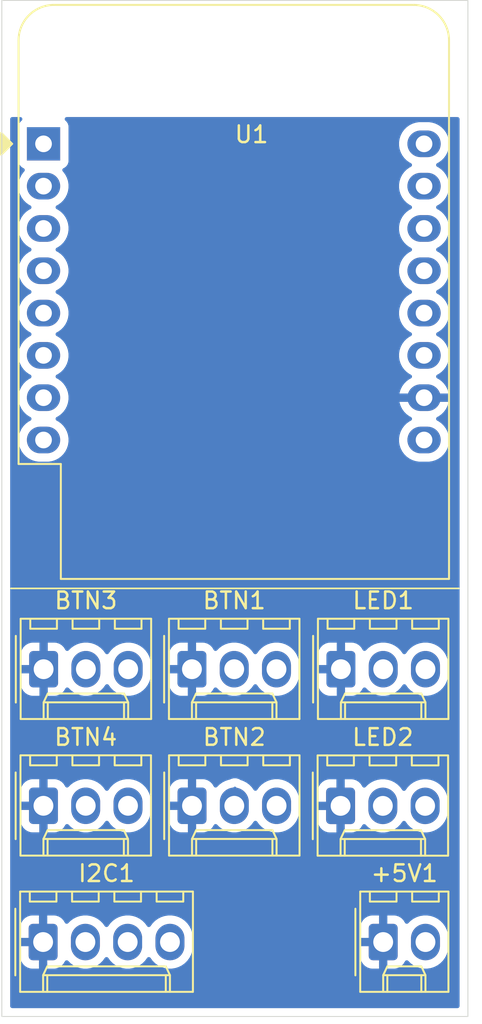
<source format=kicad_pcb>
(kicad_pcb (version 20240108) (generator "pcbnew") (generator_version "8.0")
  (layers (0 "F.Cu" signal) (31 "B.Cu" signal) (34 "B.Paste" user) (35 "F.Paste" user) (36 "B.SilkS" user "B.Silkscreen") (37 "F.SilkS" user "F.Silkscreen") (38 "B.Mask" user) (39 "F.Mask" user) (44 "Edge.Cuts" user))
  (net 0 "")
  (net 1 "GND")
  (net 2 "+5V")
  (net 3 "Net-(BTN1-Pin_2)")
  (net 4 "+3.3V")
  (net 5 "Net-(BTN2-Pin_2)")
  (net 6 "Net-(BTN3-Pin_2)")
  (net 7 "Net-(BTN4-Pin_2)")
  (net 8 "Net-(I2C1-Pin_3)")
  (net 9 "Net-(I2C1-Pin_4)")
  (net 10 "Net-(LED1-Pin_2)")
  (net 11 "Net-(LED2-Pin_2)")
  (footprint "Connector_Molex:Molex_KK-254_AE-6410-03A_1x03_P2.54mm_Vertical" (layer "F.Cu") (at 90.76 69.85)
    (property "Reference" "BTN3" (at 2.54 -4.12 0) (layer "F.SilkS"))
    (property "Value" "Conn_01x03")
    (fp_line (start -1.67 -2) (end -1.67 2) (stroke (width 0.12)) (layer "F.SilkS"))
    (fp_line (start -1.38 -3.03) (end -1.38 2.99) (stroke (width 0.12)) (layer "F.SilkS"))
    (fp_line (start -1.38 2.99) (end 6.46 2.99) (stroke (width 0.12)) (layer "F.SilkS"))
    (fp_line (start -0.8 -3.03) (end -0.8 -2.43) (stroke (width 0.12)) (layer "F.SilkS"))
    (fp_line (start -0.8 -2.43) (end 0.8 -2.43) (stroke (width 0.12)) (layer "F.SilkS"))
    (fp_line (start 0 1.99) (end 0.25 1.46) (stroke (width 0.12)) (layer "F.SilkS"))
    (fp_line (start 0 1.99) (end 5.08 1.99) (stroke (width 0.12)) (layer "F.SilkS"))
    (fp_line (start 0 2.99) (end 0 1.99) (stroke (width 0.12)) (layer "F.SilkS"))
    (fp_line (start 0.25 1.46) (end 4.83 1.46) (stroke (width 0.12)) (layer "F.SilkS"))
    (fp_line (start 0.25 2.99) (end 0.25 1.99) (stroke (width 0.12)) (layer "F.SilkS"))
    (fp_line (start 0.8 -2.43) (end 0.8 -3.03) (stroke (width 0.12)) (layer "F.SilkS"))
    (fp_line (start 1.74 -3.03) (end 1.74 -2.43) (stroke (width 0.12)) (layer "F.SilkS"))
    (fp_line (start 1.74 -2.43) (end 3.34 -2.43) (stroke (width 0.12)) (layer "F.SilkS"))
    (fp_line (start 3.34 -2.43) (end 3.34 -3.03) (stroke (width 0.12)) (layer "F.SilkS"))
    (fp_line (start 4.28 -3.03) (end 4.28 -2.43) (stroke (width 0.12)) (layer "F.SilkS"))
    (fp_line (start 4.28 -2.43) (end 5.88 -2.43) (stroke (width 0.12)) (layer "F.SilkS"))
    (fp_line (start 4.83 1.46) (end 5.08 1.99) (stroke (width 0.12)) (layer "F.SilkS"))
    (fp_line (start 4.83 2.99) (end 4.83 1.99) (stroke (width 0.12)) (layer "F.SilkS"))
    (fp_line (start 5.08 1.99) (end 5.08 2.99) (stroke (width 0.12)) (layer "F.SilkS"))
    (fp_line (start 5.88 -2.43) (end 5.88 -3.03) (stroke (width 0.12)) (layer "F.SilkS"))
    (fp_line (start 6.46 -3.03) (end -1.38 -3.03) (stroke (width 0.12)) (layer "F.SilkS"))
    (fp_line (start 6.46 2.99) (end 6.46 -3.03) (stroke (width 0.12)) (layer "F.SilkS"))
    (pad "1" thru_hole roundrect (at 0 0) (size 1.74 2.19) (drill 1.19) (layers "*.Cu" "*.Mask") (roundrect_rratio 0.143678) (net 1 "GND"))
    (pad "2" thru_hole oval (at 2.54 0) (size 1.74 2.19) (drill 1.19) (layers "*.Cu" "*.Mask") (net 6 "Net-(BTN3-Pin_2)"))
    (pad "3" thru_hole oval (at 5.08 0) (size 1.74 2.19) (drill 1.19) (layers "*.Cu" "*.Mask") (net 4 "+3.3V"))
  )
  (footprint "Connector_Molex:Molex_KK-254_AE-6410-03A_1x03_P2.54mm_Vertical" (layer "F.Cu") (at 99.675 78.05)
    (property "Reference" "BTN2" (at 2.54 -4.12 0) (layer "F.SilkS"))
    (property "Value" "Conn_01x03")
    (fp_line (start -1.67 -2) (end -1.67 2) (stroke (width 0.12)) (layer "F.SilkS"))
    (fp_line (start -1.38 -3.03) (end -1.38 2.99) (stroke (width 0.12)) (layer "F.SilkS"))
    (fp_line (start -1.38 2.99) (end 6.46 2.99) (stroke (width 0.12)) (layer "F.SilkS"))
    (fp_line (start -0.8 -3.03) (end -0.8 -2.43) (stroke (width 0.12)) (layer "F.SilkS"))
    (fp_line (start -0.8 -2.43) (end 0.8 -2.43) (stroke (width 0.12)) (layer "F.SilkS"))
    (fp_line (start 0 1.99) (end 0.25 1.46) (stroke (width 0.12)) (layer "F.SilkS"))
    (fp_line (start 0 1.99) (end 5.08 1.99) (stroke (width 0.12)) (layer "F.SilkS"))
    (fp_line (start 0 2.99) (end 0 1.99) (stroke (width 0.12)) (layer "F.SilkS"))
    (fp_line (start 0.25 1.46) (end 4.83 1.46) (stroke (width 0.12)) (layer "F.SilkS"))
    (fp_line (start 0.25 2.99) (end 0.25 1.99) (stroke (width 0.12)) (layer "F.SilkS"))
    (fp_line (start 0.8 -2.43) (end 0.8 -3.03) (stroke (width 0.12)) (layer "F.SilkS"))
    (fp_line (start 1.74 -3.03) (end 1.74 -2.43) (stroke (width 0.12)) (layer "F.SilkS"))
    (fp_line (start 1.74 -2.43) (end 3.34 -2.43) (stroke (width 0.12)) (layer "F.SilkS"))
    (fp_line (start 3.34 -2.43) (end 3.34 -3.03) (stroke (width 0.12)) (layer "F.SilkS"))
    (fp_line (start 4.28 -3.03) (end 4.28 -2.43) (stroke (width 0.12)) (layer "F.SilkS"))
    (fp_line (start 4.28 -2.43) (end 5.88 -2.43) (stroke (width 0.12)) (layer "F.SilkS"))
    (fp_line (start 4.83 1.46) (end 5.08 1.99) (stroke (width 0.12)) (layer "F.SilkS"))
    (fp_line (start 4.83 2.99) (end 4.83 1.99) (stroke (width 0.12)) (layer "F.SilkS"))
    (fp_line (start 5.08 1.99) (end 5.08 2.99) (stroke (width 0.12)) (layer "F.SilkS"))
    (fp_line (start 5.88 -2.43) (end 5.88 -3.03) (stroke (width 0.12)) (layer "F.SilkS"))
    (fp_line (start 6.46 -3.03) (end -1.38 -3.03) (stroke (width 0.12)) (layer "F.SilkS"))
    (fp_line (start 6.46 2.99) (end 6.46 -3.03) (stroke (width 0.12)) (layer "F.SilkS"))
    (pad "1" thru_hole roundrect (at 0 0) (size 1.74 2.19) (drill 1.19) (layers "*.Cu" "*.Mask") (roundrect_rratio 0.143678) (net 1 "GND"))
    (pad "2" thru_hole oval (at 2.54 0) (size 1.74 2.19) (drill 1.19) (layers "*.Cu" "*.Mask") (net 5 "Net-(BTN2-Pin_2)"))
    (pad "3" thru_hole oval (at 5.08 0) (size 1.74 2.19) (drill 1.19) (layers "*.Cu" "*.Mask") (net 4 "+3.3V"))
  )
  (footprint "Connector_Molex:Molex_KK-254_AE-6410-03A_1x03_P2.54mm_Vertical" (layer "F.Cu") (at 90.75 78.05)
    (property "Reference" "BTN4" (at 2.54 -4.12 0) (layer "F.SilkS"))
    (property "Value" "Conn_01x03")
    (fp_line (start -1.67 -2) (end -1.67 2) (stroke (width 0.12)) (layer "F.SilkS"))
    (fp_line (start -1.38 -3.03) (end -1.38 2.99) (stroke (width 0.12)) (layer "F.SilkS"))
    (fp_line (start -1.38 2.99) (end 6.46 2.99) (stroke (width 0.12)) (layer "F.SilkS"))
    (fp_line (start -0.8 -3.03) (end -0.8 -2.43) (stroke (width 0.12)) (layer "F.SilkS"))
    (fp_line (start -0.8 -2.43) (end 0.8 -2.43) (stroke (width 0.12)) (layer "F.SilkS"))
    (fp_line (start 0 1.99) (end 0.25 1.46) (stroke (width 0.12)) (layer "F.SilkS"))
    (fp_line (start 0 1.99) (end 5.08 1.99) (stroke (width 0.12)) (layer "F.SilkS"))
    (fp_line (start 0 2.99) (end 0 1.99) (stroke (width 0.12)) (layer "F.SilkS"))
    (fp_line (start 0.25 1.46) (end 4.83 1.46) (stroke (width 0.12)) (layer "F.SilkS"))
    (fp_line (start 0.25 2.99) (end 0.25 1.99) (stroke (width 0.12)) (layer "F.SilkS"))
    (fp_line (start 0.8 -2.43) (end 0.8 -3.03) (stroke (width 0.12)) (layer "F.SilkS"))
    (fp_line (start 1.74 -3.03) (end 1.74 -2.43) (stroke (width 0.12)) (layer "F.SilkS"))
    (fp_line (start 1.74 -2.43) (end 3.34 -2.43) (stroke (width 0.12)) (layer "F.SilkS"))
    (fp_line (start 3.34 -2.43) (end 3.34 -3.03) (stroke (width 0.12)) (layer "F.SilkS"))
    (fp_line (start 4.28 -3.03) (end 4.28 -2.43) (stroke (width 0.12)) (layer "F.SilkS"))
    (fp_line (start 4.28 -2.43) (end 5.88 -2.43) (stroke (width 0.12)) (layer "F.SilkS"))
    (fp_line (start 4.83 1.46) (end 5.08 1.99) (stroke (width 0.12)) (layer "F.SilkS"))
    (fp_line (start 4.83 2.99) (end 4.83 1.99) (stroke (width 0.12)) (layer "F.SilkS"))
    (fp_line (start 5.08 1.99) (end 5.08 2.99) (stroke (width 0.12)) (layer "F.SilkS"))
    (fp_line (start 5.88 -2.43) (end 5.88 -3.03) (stroke (width 0.12)) (layer "F.SilkS"))
    (fp_line (start 6.46 -3.03) (end -1.38 -3.03) (stroke (width 0.12)) (layer "F.SilkS"))
    (fp_line (start 6.46 2.99) (end 6.46 -3.03) (stroke (width 0.12)) (layer "F.SilkS"))
    (pad "1" thru_hole roundrect (at 0 0) (size 1.74 2.19) (drill 1.19) (layers "*.Cu" "*.Mask") (roundrect_rratio 0.143678) (net 1 "GND"))
    (pad "2" thru_hole oval (at 2.54 0) (size 1.74 2.19) (drill 1.19) (layers "*.Cu" "*.Mask") (net 7 "Net-(BTN4-Pin_2)"))
    (pad "3" thru_hole oval (at 5.08 0) (size 1.74 2.19) (drill 1.19) (layers "*.Cu" "*.Mask") (net 4 "+3.3V"))
  )
  (footprint "Connector_Molex:Molex_KK-254_AE-6410-04A_1x04_P2.54mm_Vertical" (layer "F.Cu") (at 90.73 86.23)
    (property "Reference" "I2C1" (at 3.81 -4.12 0) (layer "F.SilkS"))
    (property "Value" "Conn_01x04")
    (fp_line (start -1.67 -2) (end -1.67 2) (stroke (width 0.12)) (layer "F.SilkS"))
    (fp_line (start -1.38 -3.03) (end -1.38 2.99) (stroke (width 0.12)) (layer "F.SilkS"))
    (fp_line (start -1.38 2.99) (end 9 2.99) (stroke (width 0.12)) (layer "F.SilkS"))
    (fp_line (start -0.8 -3.03) (end -0.8 -2.43) (stroke (width 0.12)) (layer "F.SilkS"))
    (fp_line (start -0.8 -2.43) (end 0.8 -2.43) (stroke (width 0.12)) (layer "F.SilkS"))
    (fp_line (start 0 1.99) (end 0.25 1.46) (stroke (width 0.12)) (layer "F.SilkS"))
    (fp_line (start 0 1.99) (end 7.62 1.99) (stroke (width 0.12)) (layer "F.SilkS"))
    (fp_line (start 0 2.99) (end 0 1.99) (stroke (width 0.12)) (layer "F.SilkS"))
    (fp_line (start 0.25 1.46) (end 7.37 1.46) (stroke (width 0.12)) (layer "F.SilkS"))
    (fp_line (start 0.25 2.99) (end 0.25 1.99) (stroke (width 0.12)) (layer "F.SilkS"))
    (fp_line (start 0.8 -2.43) (end 0.8 -3.03) (stroke (width 0.12)) (layer "F.SilkS"))
    (fp_line (start 1.74 -3.03) (end 1.74 -2.43) (stroke (width 0.12)) (layer "F.SilkS"))
    (fp_line (start 1.74 -2.43) (end 3.34 -2.43) (stroke (width 0.12)) (layer "F.SilkS"))
    (fp_line (start 3.34 -2.43) (end 3.34 -3.03) (stroke (width 0.12)) (layer "F.SilkS"))
    (fp_line (start 4.28 -3.03) (end 4.28 -2.43) (stroke (width 0.12)) (layer "F.SilkS"))
    (fp_line (start 4.28 -2.43) (end 5.88 -2.43) (stroke (width 0.12)) (layer "F.SilkS"))
    (fp_line (start 5.88 -2.43) (end 5.88 -3.03) (stroke (width 0.12)) (layer "F.SilkS"))
    (fp_line (start 6.82 -3.03) (end 6.82 -2.43) (stroke (width 0.12)) (layer "F.SilkS"))
    (fp_line (start 6.82 -2.43) (end 8.42 -2.43) (stroke (width 0.12)) (layer "F.SilkS"))
    (fp_line (start 7.37 1.46) (end 7.62 1.99) (stroke (width 0.12)) (layer "F.SilkS"))
    (fp_line (start 7.37 2.99) (end 7.37 1.99) (stroke (width 0.12)) (layer "F.SilkS"))
    (fp_line (start 7.62 1.99) (end 7.62 2.99) (stroke (width 0.12)) (layer "F.SilkS"))
    (fp_line (start 8.42 -2.43) (end 8.42 -3.03) (stroke (width 0.12)) (layer "F.SilkS"))
    (fp_line (start 9 -3.03) (end -1.38 -3.03) (stroke (width 0.12)) (layer "F.SilkS"))
    (fp_line (start 9 2.99) (end 9 -3.03) (stroke (width 0.12)) (layer "F.SilkS"))
    (pad "1" thru_hole roundrect (at 0 0) (size 1.74 2.19) (drill 1.19) (layers "*.Cu" "*.Mask") (roundrect_rratio 0.143678) (net 1 "GND"))
    (pad "2" thru_hole oval (at 2.54 0) (size 1.74 2.19) (drill 1.19) (layers "*.Cu" "*.Mask") (net 4 "+3.3V"))
    (pad "3" thru_hole oval (at 5.08 0) (size 1.74 2.19) (drill 1.19) (layers "*.Cu" "*.Mask") (net 8 "Net-(I2C1-Pin_3)"))
    (pad "4" thru_hole oval (at 7.62 0) (size 1.74 2.19) (drill 1.19) (layers "*.Cu" "*.Mask") (net 9 "Net-(I2C1-Pin_4)"))
  )
  (footprint "Connector_Molex:Molex_KK-254_AE-6410-03A_1x03_P2.54mm_Vertical" (layer "F.Cu") (at 108.62 69.85)
    (property "Reference" "LED1" (at 2.54 -4.12 0) (layer "F.SilkS"))
    (property "Value" "Conn_01x03")
    (fp_line (start -1.67 -2) (end -1.67 2) (stroke (width 0.12)) (layer "F.SilkS"))
    (fp_line (start -1.38 -3.03) (end -1.38 2.99) (stroke (width 0.12)) (layer "F.SilkS"))
    (fp_line (start -1.38 2.99) (end 6.46 2.99) (stroke (width 0.12)) (layer "F.SilkS"))
    (fp_line (start -0.8 -3.03) (end -0.8 -2.43) (stroke (width 0.12)) (layer "F.SilkS"))
    (fp_line (start -0.8 -2.43) (end 0.8 -2.43) (stroke (width 0.12)) (layer "F.SilkS"))
    (fp_line (start 0 1.99) (end 0.25 1.46) (stroke (width 0.12)) (layer "F.SilkS"))
    (fp_line (start 0 1.99) (end 5.08 1.99) (stroke (width 0.12)) (layer "F.SilkS"))
    (fp_line (start 0 2.99) (end 0 1.99) (stroke (width 0.12)) (layer "F.SilkS"))
    (fp_line (start 0.25 1.46) (end 4.83 1.46) (stroke (width 0.12)) (layer "F.SilkS"))
    (fp_line (start 0.25 2.99) (end 0.25 1.99) (stroke (width 0.12)) (layer "F.SilkS"))
    (fp_line (start 0.8 -2.43) (end 0.8 -3.03) (stroke (width 0.12)) (layer "F.SilkS"))
    (fp_line (start 1.74 -3.03) (end 1.74 -2.43) (stroke (width 0.12)) (layer "F.SilkS"))
    (fp_line (start 1.74 -2.43) (end 3.34 -2.43) (stroke (width 0.12)) (layer "F.SilkS"))
    (fp_line (start 3.34 -2.43) (end 3.34 -3.03) (stroke (width 0.12)) (layer "F.SilkS"))
    (fp_line (start 4.28 -3.03) (end 4.28 -2.43) (stroke (width 0.12)) (layer "F.SilkS"))
    (fp_line (start 4.28 -2.43) (end 5.88 -2.43) (stroke (width 0.12)) (layer "F.SilkS"))
    (fp_line (start 4.83 1.46) (end 5.08 1.99) (stroke (width 0.12)) (layer "F.SilkS"))
    (fp_line (start 4.83 2.99) (end 4.83 1.99) (stroke (width 0.12)) (layer "F.SilkS"))
    (fp_line (start 5.08 1.99) (end 5.08 2.99) (stroke (width 0.12)) (layer "F.SilkS"))
    (fp_line (start 5.88 -2.43) (end 5.88 -3.03) (stroke (width 0.12)) (layer "F.SilkS"))
    (fp_line (start 6.46 -3.03) (end -1.38 -3.03) (stroke (width 0.12)) (layer "F.SilkS"))
    (fp_line (start 6.46 2.99) (end 6.46 -3.03) (stroke (width 0.12)) (layer "F.SilkS"))
    (pad "1" thru_hole roundrect (at 0 0) (size 1.74 2.19) (drill 1.19) (layers "*.Cu" "*.Mask") (roundrect_rratio 0.143678) (net 1 "GND"))
    (pad "2" thru_hole oval (at 2.54 0) (size 1.74 2.19) (drill 1.19) (layers "*.Cu" "*.Mask") (net 10 "Net-(LED1-Pin_2)"))
    (pad "3" thru_hole oval (at 5.08 0) (size 1.74 2.19) (drill 1.19) (layers "*.Cu" "*.Mask") (net 2 "+5V"))
  )
  (footprint "Connector_Molex:Molex_KK-254_AE-6410-03A_1x03_P2.54mm_Vertical" (layer "F.Cu") (at 99.67 69.85)
    (property "Reference" "BTN1" (at 2.54 -4.12 0) (layer "F.SilkS"))
    (property "Value" "Conn_01x03")
    (fp_line (start -1.67 -2) (end -1.67 2) (stroke (width 0.12)) (layer "F.SilkS"))
    (fp_line (start -1.38 -3.03) (end -1.38 2.99) (stroke (width 0.12)) (layer "F.SilkS"))
    (fp_line (start -1.38 2.99) (end 6.46 2.99) (stroke (width 0.12)) (layer "F.SilkS"))
    (fp_line (start -0.8 -3.03) (end -0.8 -2.43) (stroke (width 0.12)) (layer "F.SilkS"))
    (fp_line (start -0.8 -2.43) (end 0.8 -2.43) (stroke (width 0.12)) (layer "F.SilkS"))
    (fp_line (start 0 1.99) (end 0.25 1.46) (stroke (width 0.12)) (layer "F.SilkS"))
    (fp_line (start 0 1.99) (end 5.08 1.99) (stroke (width 0.12)) (layer "F.SilkS"))
    (fp_line (start 0 2.99) (end 0 1.99) (stroke (width 0.12)) (layer "F.SilkS"))
    (fp_line (start 0.25 1.46) (end 4.83 1.46) (stroke (width 0.12)) (layer "F.SilkS"))
    (fp_line (start 0.25 2.99) (end 0.25 1.99) (stroke (width 0.12)) (layer "F.SilkS"))
    (fp_line (start 0.8 -2.43) (end 0.8 -3.03) (stroke (width 0.12)) (layer "F.SilkS"))
    (fp_line (start 1.74 -3.03) (end 1.74 -2.43) (stroke (width 0.12)) (layer "F.SilkS"))
    (fp_line (start 1.74 -2.43) (end 3.34 -2.43) (stroke (width 0.12)) (layer "F.SilkS"))
    (fp_line (start 3.34 -2.43) (end 3.34 -3.03) (stroke (width 0.12)) (layer "F.SilkS"))
    (fp_line (start 4.28 -3.03) (end 4.28 -2.43) (stroke (width 0.12)) (layer "F.SilkS"))
    (fp_line (start 4.28 -2.43) (end 5.88 -2.43) (stroke (width 0.12)) (layer "F.SilkS"))
    (fp_line (start 4.83 1.46) (end 5.08 1.99) (stroke (width 0.12)) (layer "F.SilkS"))
    (fp_line (start 4.83 2.99) (end 4.83 1.99) (stroke (width 0.12)) (layer "F.SilkS"))
    (fp_line (start 5.08 1.99) (end 5.08 2.99) (stroke (width 0.12)) (layer "F.SilkS"))
    (fp_line (start 5.88 -2.43) (end 5.88 -3.03) (stroke (width 0.12)) (layer "F.SilkS"))
    (fp_line (start 6.46 -3.03) (end -1.38 -3.03) (stroke (width 0.12)) (layer "F.SilkS"))
    (fp_line (start 6.46 2.99) (end 6.46 -3.03) (stroke (width 0.12)) (layer "F.SilkS"))
    (pad "1" thru_hole roundrect (at 0 0) (size 1.74 2.19) (drill 1.19) (layers "*.Cu" "*.Mask") (roundrect_rratio 0.143678) (net 1 "GND"))
    (pad "2" thru_hole oval (at 2.54 0) (size 1.74 2.19) (drill 1.19) (layers "*.Cu" "*.Mask") (net 3 "Net-(BTN1-Pin_2)"))
    (pad "3" thru_hole oval (at 5.08 0) (size 1.74 2.19) (drill 1.19) (layers "*.Cu" "*.Mask") (net 4 "+3.3V"))
  )
  (footprint "Connector_Molex:Molex_KK-254_AE-6410-02A_1x02_P2.54mm_Vertical" (layer "F.Cu") (at 111.16 86.23)
    (property "Reference" "+5V1" (at 1.27 -4.12 0) (layer "F.SilkS"))
    (property "Value" "Conn_01x02")
    (fp_line (start -1.67 -2) (end -1.67 2) (stroke (width 0.12)) (layer "F.SilkS"))
    (fp_line (start -1.38 -3.03) (end -1.38 2.99) (stroke (width 0.12)) (layer "F.SilkS"))
    (fp_line (start -1.38 2.99) (end 3.92 2.99) (stroke (width 0.12)) (layer "F.SilkS"))
    (fp_line (start -0.8 -3.03) (end -0.8 -2.43) (stroke (width 0.12)) (layer "F.SilkS"))
    (fp_line (start -0.8 -2.43) (end 0.8 -2.43) (stroke (width 0.12)) (layer "F.SilkS"))
    (fp_line (start 0 1.99) (end 0.25 1.46) (stroke (width 0.12)) (layer "F.SilkS"))
    (fp_line (start 0 1.99) (end 2.54 1.99) (stroke (width 0.12)) (layer "F.SilkS"))
    (fp_line (start 0 2.99) (end 0 1.99) (stroke (width 0.12)) (layer "F.SilkS"))
    (fp_line (start 0.25 1.46) (end 2.29 1.46) (stroke (width 0.12)) (layer "F.SilkS"))
    (fp_line (start 0.25 2.99) (end 0.25 1.99) (stroke (width 0.12)) (layer "F.SilkS"))
    (fp_line (start 0.8 -2.43) (end 0.8 -3.03) (stroke (width 0.12)) (layer "F.SilkS"))
    (fp_line (start 1.74 -3.03) (end 1.74 -2.43) (stroke (width 0.12)) (layer "F.SilkS"))
    (fp_line (start 1.74 -2.43) (end 3.34 -2.43) (stroke (width 0.12)) (layer "F.SilkS"))
    (fp_line (start 2.29 1.46) (end 2.54 1.99) (stroke (width 0.12)) (layer "F.SilkS"))
    (fp_line (start 2.29 2.99) (end 2.29 1.99) (stroke (width 0.12)) (layer "F.SilkS"))
    (fp_line (start 2.54 1.99) (end 2.54 2.99) (stroke (width 0.12)) (layer "F.SilkS"))
    (fp_line (start 3.34 -2.43) (end 3.34 -3.03) (stroke (width 0.12)) (layer "F.SilkS"))
    (fp_line (start 3.92 -3.03) (end -1.38 -3.03) (stroke (width 0.12)) (layer "F.SilkS"))
    (fp_line (start 3.92 2.99) (end 3.92 -3.03) (stroke (width 0.12)) (layer "F.SilkS"))
    (pad "1" thru_hole roundrect (at 0 0) (size 1.74 2.19) (drill 1.19) (layers "*.Cu" "*.Mask") (roundrect_rratio 0.143678) (net 1 "GND"))
    (pad "2" thru_hole oval (at 2.54 0) (size 1.74 2.19) (drill 1.19) (layers "*.Cu" "*.Mask") (net 2 "+5V"))
  )
  (footprint "Connector_Molex:Molex_KK-254_AE-6410-03A_1x03_P2.54mm_Vertical" (layer "F.Cu") (at 108.6 78.055)
    (property "Reference" "LED2" (at 2.54 -4.12 0) (layer "F.SilkS"))
    (property "Value" "Conn_01x03")
    (fp_line (start -1.67 -2) (end -1.67 2) (stroke (width 0.12)) (layer "F.SilkS"))
    (fp_line (start -1.38 -3.03) (end -1.38 2.99) (stroke (width 0.12)) (layer "F.SilkS"))
    (fp_line (start -1.38 2.99) (end 6.46 2.99) (stroke (width 0.12)) (layer "F.SilkS"))
    (fp_line (start -0.8 -3.03) (end -0.8 -2.43) (stroke (width 0.12)) (layer "F.SilkS"))
    (fp_line (start -0.8 -2.43) (end 0.8 -2.43) (stroke (width 0.12)) (layer "F.SilkS"))
    (fp_line (start 0 1.99) (end 0.25 1.46) (stroke (width 0.12)) (layer "F.SilkS"))
    (fp_line (start 0 1.99) (end 5.08 1.99) (stroke (width 0.12)) (layer "F.SilkS"))
    (fp_line (start 0 2.99) (end 0 1.99) (stroke (width 0.12)) (layer "F.SilkS"))
    (fp_line (start 0.25 1.46) (end 4.83 1.46) (stroke (width 0.12)) (layer "F.SilkS"))
    (fp_line (start 0.25 2.99) (end 0.25 1.99) (stroke (width 0.12)) (layer "F.SilkS"))
    (fp_line (start 0.8 -2.43) (end 0.8 -3.03) (stroke (width 0.12)) (layer "F.SilkS"))
    (fp_line (start 1.74 -3.03) (end 1.74 -2.43) (stroke (width 0.12)) (layer "F.SilkS"))
    (fp_line (start 1.74 -2.43) (end 3.34 -2.43) (stroke (width 0.12)) (layer "F.SilkS"))
    (fp_line (start 3.34 -2.43) (end 3.34 -3.03) (stroke (width 0.12)) (layer "F.SilkS"))
    (fp_line (start 4.28 -3.03) (end 4.28 -2.43) (stroke (width 0.12)) (layer "F.SilkS"))
    (fp_line (start 4.28 -2.43) (end 5.88 -2.43) (stroke (width 0.12)) (layer "F.SilkS"))
    (fp_line (start 4.83 1.46) (end 5.08 1.99) (stroke (width 0.12)) (layer "F.SilkS"))
    (fp_line (start 4.83 2.99) (end 4.83 1.99) (stroke (width 0.12)) (layer "F.SilkS"))
    (fp_line (start 5.08 1.99) (end 5.08 2.99) (stroke (width 0.12)) (layer "F.SilkS"))
    (fp_line (start 5.88 -2.43) (end 5.88 -3.03) (stroke (width 0.12)) (layer "F.SilkS"))
    (fp_line (start 6.46 -3.03) (end -1.38 -3.03) (stroke (width 0.12)) (layer "F.SilkS"))
    (fp_line (start 6.46 2.99) (end 6.46 -3.03) (stroke (width 0.12)) (layer "F.SilkS"))
    (pad "1" thru_hole roundrect (at 0 0) (size 1.74 2.19) (drill 1.19) (layers "*.Cu" "*.Mask") (roundrect_rratio 0.143678) (net 1 "GND"))
    (pad "2" thru_hole oval (at 2.54 0) (size 1.74 2.19) (drill 1.19) (layers "*.Cu" "*.Mask") (net 11 "Net-(LED2-Pin_2)"))
    (pad "3" thru_hole oval (at 5.08 0) (size 1.74 2.19) (drill 1.19) (layers "*.Cu" "*.Mask") (net 2 "+5V"))
  )
  (footprint "Module:WEMOS_D1_mini_light" (layer "F.Cu") (at 90.755 38.31)
    (property "Reference" "U1" (at 12.495 -0.56 0) (layer "F.SilkS"))
    (property "Value" "WeMos_D1_mini")
    (fp_line (start -1.5 19.22) (end -1.5 -6.21) (stroke (width 0.12)) (layer "F.SilkS"))
    (fp_line (start -1.5 19.22) (end 1.04 19.22) (stroke (width 0.12)) (layer "F.SilkS"))
    (fp_line (start 1.04 19.22) (end 1.04 26.12) (stroke (width 0.12)) (layer "F.SilkS"))
    (fp_line (start 1.04 26.12) (end 24.36 26.12) (stroke (width 0.12)) (layer "F.SilkS"))
    (fp_line (start 22.24 -8.34) (end 0.63 -8.34) (stroke (width 0.12)) (layer "F.SilkS"))
    (fp_line (start 24.36 26.12) (end 24.36 -6.21) (stroke (width 0.12)) (layer "F.SilkS"))
    (fp_arc (start -1.5 -6.21) (mid -0.876137 -7.716137) (end 0.63 -8.34) (stroke (width 0.12)) (layer "F.SilkS"))
    (fp_arc (start 22.23 -8.34) (mid 23.736137 -7.716137) (end 24.36 -6.21) (stroke (width 0.12)) (layer "F.SilkS"))
    (fp_poly (pts (xy -2.54 -0.635) (xy -2.54 0.635) (xy -1.905 0)) (stroke (width 0.15)) (fill solid) (layer "F.SilkS"))
    (pad "1" thru_hole rect (at 0 0) (size 2 2) (drill 1) (layers "*.Cu" "*.Mask"))
    (pad "2" thru_hole oval (at 0 2.54) (size 2 1.6) (drill 1) (layers "*.Cu" "*.Mask"))
    (pad "3" thru_hole oval (at 0 5.08) (size 2 1.6) (drill 1) (layers "*.Cu" "*.Mask"))
    (pad "4" thru_hole oval (at 0 7.62) (size 2 1.6) (drill 1) (layers "*.Cu" "*.Mask") (net 9 "Net-(I2C1-Pin_4)"))
    (pad "5" thru_hole oval (at 0 10.16) (size 2 1.6) (drill 1) (layers "*.Cu" "*.Mask") (net 8 "Net-(I2C1-Pin_3)"))
    (pad "6" thru_hole oval (at 0 12.7) (size 2 1.6) (drill 1) (layers "*.Cu" "*.Mask") (net 6 "Net-(BTN3-Pin_2)"))
    (pad "7" thru_hole oval (at 0 15.24) (size 2 1.6) (drill 1) (layers "*.Cu" "*.Mask") (net 7 "Net-(BTN4-Pin_2)"))
    (pad "8" thru_hole oval (at 0 17.78) (size 2 1.6) (drill 1) (layers "*.Cu" "*.Mask") (net 4 "+3.3V"))
    (pad "9" thru_hole oval (at 22.86 17.78) (size 2 1.6) (drill 1) (layers "*.Cu" "*.Mask") (net 2 "+5V"))
    (pad "10" thru_hole oval (at 22.86 15.24) (size 2 1.6) (drill 1) (layers "*.Cu" "*.Mask") (net 1 "GND"))
    (pad "11" thru_hole oval (at 22.86 12.7) (size 2 1.6) (drill 1) (layers "*.Cu" "*.Mask") (net 11 "Net-(LED2-Pin_2)"))
    (pad "12" thru_hole oval (at 22.86 10.16) (size 2 1.6) (drill 1) (layers "*.Cu" "*.Mask"))
    (pad "13" thru_hole oval (at 22.86 7.62) (size 2 1.6) (drill 1) (layers "*.Cu" "*.Mask") (net 5 "Net-(BTN2-Pin_2)"))
    (pad "14" thru_hole oval (at 22.86 5.08) (size 2 1.6) (drill 1) (layers "*.Cu" "*.Mask") (net 3 "Net-(BTN1-Pin_2)"))
    (pad "15" thru_hole oval (at 22.86 2.54) (size 2 1.6) (drill 1) (layers "*.Cu" "*.Mask"))
    (pad "16" thru_hole oval (at 22.86 0) (size 2 1.6) (drill 1) (layers "*.Cu" "*.Mask") (net 10 "Net-(LED1-Pin_2)"))
  )
  (gr_line (start 88.8 65) (end 115.7 65) (stroke (width 0.1)) (layer "F.SilkS"))
  (gr_rect (start 88.25 29.7) (end 116.25 90.7) (stroke (width 0.05)) (fill none) (layer "Edge.Cuts"))
  (segment (start 102.36 77.7) (end 102.36 77.11) (width 0.2) (layer "B.Cu") (net 5))
  (segment (start 102.36 77.11) (end 102.25 77) (width 0.2) (layer "B.Cu") (net 5))
  (zone (net 1) (net_name "GND") (layer "B.Cu") (connect_pads (clearance 0.5)) (min_thickness 0.25) (fill yes (thermal_gap 0.5) (thermal_bridge_width 0.5))
    (polygon (pts (xy 88.25 36.7) (xy 89.35 36.7) (xy 89.35 36.7) (xy 115 36.7) (xy 115 36.7) (xy 116.25 36.7) (xy 116.25 90.7) (xy 88.25 90.7)))
  )
)
</source>
